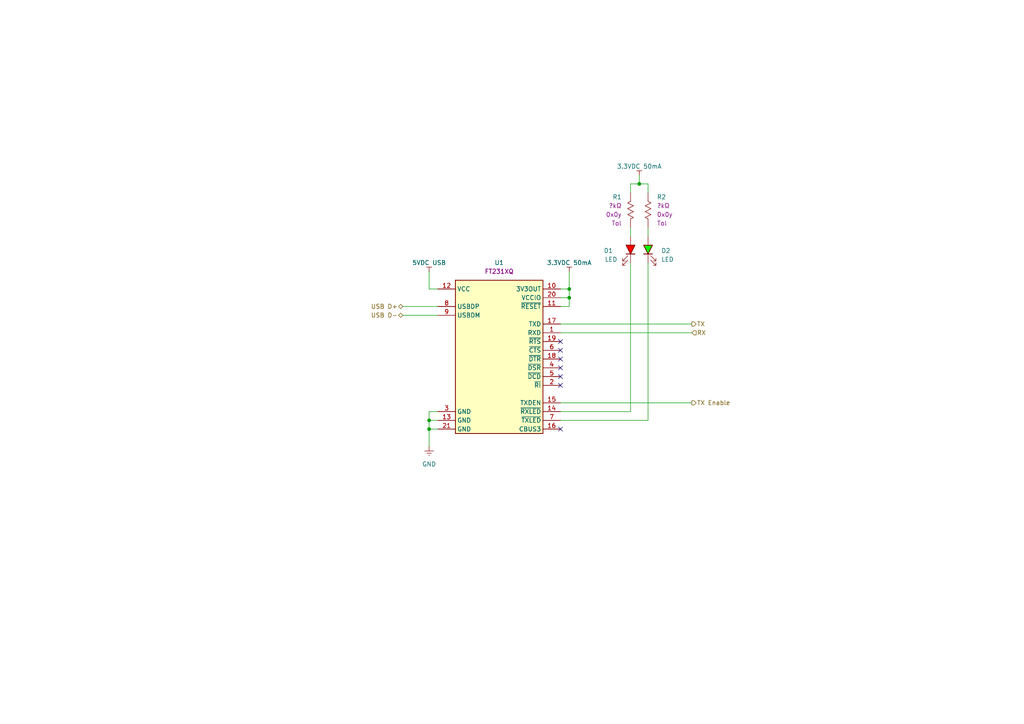
<source format=kicad_sch>
(kicad_sch (version 20231120) (generator "eeschema") (generator_version "8.0")
  (paper "A4")
  (lib_symbols
    (symbol "Device:LED" (pin_numbers hide) (pin_names (offset 1.016) hide)
      (property "Reference" "D1" (at -0.3174 -3.81 90))
      (property "Value" "LED" (at -2.8574 -3.81 90))
      (symbol "LED_0_1"
        (polyline (pts (xy -1.27 -1.27) (xy -1.27 1.27)) (stroke (width 0.254)))
        (polyline (pts (xy -3.048 -0.762) (xy -4.572 -2.286) (xy -3.81 -2.286) (xy -4.572 -2.286) (xy -4.572 -1.524)))
        (polyline (pts (xy -1.778 -0.762) (xy -3.302 -2.286) (xy -2.54 -2.286) (xy -3.302 -2.286) (xy -3.302 -1.524)))
      )
      (symbol "LED_1_1"
        (polyline (pts (xy 1.27 -1.27) (xy 1.27 1.27) (xy -1.27 0) (xy 1.27 -1.27)) (stroke (width 0.254)) (fill (type color) (color 255 0 0 1)))
        (pin passive line (at -3.81 0 0) (length 2.54) (name "K") (number "1"))
        (pin passive line (at 3.81 0 180) (length 2.54) (name "A") (number "2"))
      )
    )
    (symbol "Prototype Schematic Symbols - Isolated ComPort:5VDC" (power) (pin_numbers hide) (pin_names (offset 0) hide)
      (property "Value" "5VDC" (at 0 2.54 0))
      (symbol "5VDC_0_0"
        (pin power_in line (at 0 0 90) (length 0) (name "~") (number "1"))
      )
      (symbol "5VDC_0_1"
        (polyline (pts (xy 0 0) (xy 0 1.27) (xy 0.762 1.27) (xy 0 1.27) (xy -0.762 1.27) (xy 0 1.27)) (fill (type outline)))
      )
    )
    (symbol "Prototype Schematic Symbols - Isolated ComPort:Green_LED" (pin_numbers hide) (pin_names (offset 1.016) hide)
      (property "Reference" "D1" (at -0.3174 -3.81 90))
      (property "Value" "LED" (at -2.8574 -3.81 90))
      (symbol "Green_LED_0_1"
        (polyline (pts (xy -1.27 -1.27) (xy -1.27 1.27)) (stroke (width 0.254)))
        (polyline (pts (xy -3.048 -0.762) (xy -4.572 -2.286) (xy -3.81 -2.286) (xy -4.572 -2.286) (xy -4.572 -1.524)))
        (polyline (pts (xy -1.778 -0.762) (xy -3.302 -2.286) (xy -2.54 -2.286) (xy -3.302 -2.286) (xy -3.302 -1.524)))
      )
      (symbol "Green_LED_1_1"
        (polyline (pts (xy 1.27 -1.27) (xy 1.27 1.27) (xy -1.27 0) (xy 1.27 -1.27)) (stroke (width 0.254)) (fill (type color) (color 0 255 0 1)))
        (pin passive line (at -3.81 0 0) (length 2.54) (name "K") (number "1"))
        (pin passive line (at 3.81 0 180) (length 2.54) (name "A") (number "2"))
      )
    )
    (symbol "Prototype Schematic Symbols - Isolated ComPort:Resistor_Template" (pin_numbers hide)
      (property "Reference" "R" (at 1.27 3.556 0))
      (property "Resistance" "?kΩ" (at 1.016 1.27 0))
      (property "FootprintName" "0x0y" (at 1.27 -4.064 0))
      (property "Tolerance" "Tol" (at 1.27 -1.524 0))
      (symbol "Resistor_Template_0_1"
        (polyline (pts (xy 0.0003 2.5396) (xy 0.8469 2.1163) (xy -0.8463 1.2697) (xy 0.8469 0.4231) (xy -0.8463 -0.4235) (xy 0.8469 -1.2701) (xy -0.8463 -2.1167) (xy 0.0003 -2.54)))
      )
      (symbol "Resistor_Template_1_1"
        (pin bidirectional line (at 0 5.08 270) (length 2.54) (name "") (number "1"))
        (pin bidirectional line (at 0 -5.08 90) (length 2.54) (name "") (number "2"))
      )
    )
    (symbol "Prototype Schematic Symbols - Isolated ComPort:USB_to_COM_QFN-20_FT231XQ"
      (property "Reference" "U1" (at 0 25.4 0))
      (property "Manufacturers PN" "FT231XQ" (at 0 22.86 0))
      (symbol "USB_to_COM_QFN-20_FT231XQ_0_1"
        (rectangle (start -12.7 20.32) (end 12.7 -24.13) (stroke (width 0.254)) (fill (type background)))
      )
      (symbol "USB_to_COM_QFN-20_FT231XQ_1_1"
        (pin input line (at 17.78 5.08 180) (length 5.08) (name "RXD") (number "1"))
        (pin power_out line (at 17.78 17.78 180) (length 5.08) (name "3V3OUT") (number "10"))
        (pin input line (at 17.78 12.7 180) (length 5.08) (name "~{RESET}") (number "11"))
        (pin power_in line (at -17.78 17.78 0) (length 5.08) (name "VCC") (number "12"))
        (pin power_in line (at -17.78 -20.32 0) (length 5.08) (name "GND") (number "13"))
        (pin bidirectional line (at 17.78 -17.78 180) (length 5.08) (name "CBUS1") (number "14") (alternate "~{RXLED}" open_collector line))
        (pin bidirectional line (at 17.78 -15.24 180) (length 5.08) (name "CBUS0") (number "15") (alternate "TXDEN" output line))
        (pin bidirectional line (at 17.78 -22.86 180) (length 5.08) (name "CBUS3") (number "16"))
        (pin output line (at 17.78 7.62 180) (length 5.08) (name "TXD") (number "17"))
        (pin output line (at 17.78 -2.54 180) (length 5.08) (name "~{DTR}") (number "18"))
        (pin output line (at 17.78 2.54 180) (length 5.08) (name "~{RTS}") (number "19"))
        (pin input line (at 17.78 -10.16 180) (length 5.08) (name "~{RI}") (number "2"))
        (pin power_in line (at 17.78 15.24 180) (length 5.08) (name "VCCIO") (number "20"))
        (pin power_in line (at -17.78 -22.86 0) (length 5.08) (name "GND") (number "21"))
        (pin power_in line (at -17.78 -17.78 0) (length 5.08) (name "GND") (number "3"))
        (pin input line (at 17.78 -5.08 180) (length 5.08) (name "~{DSR}") (number "4"))
        (pin input line (at 17.78 -7.62 180) (length 5.08) (name "~{DCD}") (number "5"))
        (pin input line (at 17.78 0 180) (length 5.08) (name "~{CTS}") (number "6"))
        (pin bidirectional line (at 17.78 -20.32 180) (length 5.08) (name "CBUS2") (number "7") (alternate "~{TXLED}" open_collector line))
        (pin bidirectional line (at -17.78 12.7 0) (length 5.08) (name "USBDP") (number "8"))
        (pin bidirectional line (at -17.78 10.16 0) (length 5.08) (name "USBDM") (number "9"))
      )
    )
    (symbol "power:Earth" (power) (pin_numbers hide) (pin_names (offset 0) hide)
      (property "Value" "Earth" (at 0 -3.81 0))
      (symbol "Earth_0_1"
        (polyline (pts (xy -0.635 -1.905) (xy 0.635 -1.905)))
        (polyline (pts (xy -0.127 -2.54) (xy 0.127 -2.54)))
        (polyline (pts (xy 0 -1.27) (xy 0 0)))
        (polyline (pts (xy 1.27 -1.27) (xy -1.27 -1.27)))
      )
      (symbol "Earth_1_1"
        (pin power_in line (at 0 0 270) (length 0) (name "~") (number "1"))
      )
    )
  )
  (junction (at 165.1 86.36))
  (junction (at 185.42 53.34))
  (junction (at 124.46 124.46))
  (junction (at 165.1 83.82))
  (junction (at 124.46 121.92))
  (no_connect (at 162.56 109.22))
  (no_connect (at 162.56 99.06))
  (no_connect (at 162.56 106.68))
  (no_connect (at 162.56 104.14))
  (no_connect (at 162.56 124.46))
  (no_connect (at 162.56 101.6))
  (no_connect (at 162.56 111.76))
  (wire (pts (xy 124.46 83.82) (xy 127 83.82)))
  (wire (pts (xy 124.46 129.54) (xy 124.46 124.46)))
  (wire (pts (xy 162.56 116.84) (xy 200.66 116.84)))
  (wire (pts (xy 162.56 93.98) (xy 200.66 93.98)))
  (wire (pts (xy 124.46 119.38) (xy 124.46 121.92)))
  (wire (pts (xy 127 119.38) (xy 124.46 119.38)))
  (wire (pts (xy 185.42 53.34) (xy 187.96 53.34)))
  (wire (pts (xy 165.1 78.74) (xy 165.1 83.82)))
  (wire (pts (xy 182.88 66.04) (xy 182.88 68.58)))
  (wire (pts (xy 165.1 88.9) (xy 165.1 86.36)))
  (wire (pts (xy 182.88 53.34) (xy 185.42 53.34)))
  (wire (pts (xy 182.88 119.38) (xy 162.56 119.38)))
  (wire (pts (xy 187.96 53.34) (xy 187.96 55.88)))
  (wire (pts (xy 124.46 121.92) (xy 127 121.92)))
  (wire (pts (xy 162.56 86.36) (xy 165.1 86.36)))
  (wire (pts (xy 124.46 121.92) (xy 124.46 124.46)))
  (wire (pts (xy 116.84 91.44) (xy 127 91.44)))
  (wire (pts (xy 124.46 124.46) (xy 127 124.46)))
  (wire (pts (xy 162.56 88.9) (xy 165.1 88.9)))
  (wire (pts (xy 187.96 66.04) (xy 187.96 68.58)))
  (wire (pts (xy 187.96 76.2) (xy 187.96 121.92)))
  (wire (pts (xy 182.88 76.2) (xy 182.88 119.38)))
  (wire (pts (xy 162.56 96.52) (xy 200.66 96.52)))
  (wire (pts (xy 124.46 78.74) (xy 124.46 83.82)))
  (wire (pts (xy 187.96 121.92) (xy 162.56 121.92)))
  (wire (pts (xy 182.88 55.88) (xy 182.88 53.34)))
  (wire (pts (xy 116.84 88.9) (xy 127 88.9)))
  (wire (pts (xy 162.56 83.82) (xy 165.1 83.82)))
  (wire (pts (xy 165.1 83.82) (xy 165.1 86.36)))
  (wire (pts (xy 185.42 50.8) (xy 185.42 53.34)))
  (hierarchical_label "TX" (shape output) (at 200.66 93.98 0))
  (hierarchical_label "USB D+" (shape bidirectional) (at 116.84 88.9 180))
  (hierarchical_label "TX Enable" (shape output) (at 200.66 116.84 0))
  (hierarchical_label "USB D-" (shape bidirectional) (at 116.84 91.44 180))
  (hierarchical_label "RX" (shape input) (at 200.66 96.52 0))
  (symbol (lib_id "Prototype Schematic Symbols - Isolated ComPort:Green_LED") (at 187.96 72.39 90) (unit 1)
    (property "Reference" "D2" (at 191.77 72.7074 90) (effects (justify right)))
    (property "Value" "LED" (at 191.77 75.2474 90) (effects (justify right)))
    (property "Description" "Light emitting diode" (effects (hide yes)))
  )
  (symbol (lib_id "Prototype Schematic Symbols - Isolated ComPort:5VDC") (at 124.46 78.74 0) (unit 1)
    (property "Reference" "#PWR06" (effects (hide yes)))
    (property "Value" "5VDC USB" (at 124.46 76.2 0))
    (property "Description" "Power symbol creates a global label with name \"5VDC\"" (effects (hide yes)))
  )
  (symbol (lib_id "Prototype Schematic Symbols - Isolated ComPort:Resistor_Template") (at 187.96 60.96 0) (unit 1)
    (property "Reference" "R2" (at 190.5 57.1499 0) (effects (justify left)))
    (property "Value" "[Resistance] [Footprint] [Tolerance]" (effects (hide yes)))
    (property "Resistance" "?kΩ" (at 190.5 59.6899 0) (effects (justify left)))
    (property "FootprintName" "0x0y" (at 190.5 62.2299 0) (effects (justify left)))
    (property "Tolerance" "Tol" (at 190.5 64.7699 0) (effects (justify left)))
    (property "Technology" "SMT" (effects (hide yes)))
  )
  (symbol (lib_id "Prototype Schematic Symbols - Isolated ComPort:Resistor_Template") (at 182.88 60.96 0) (mirror y) (unit 1)
    (property "Reference" "R1" (at 180.34 57.1499 0) (effects (justify left)))
    (property "Value" "[Resistance] [Footprint] [Tolerance]" (effects (hide yes)))
    (property "Resistance" "?kΩ" (at 180.34 59.6899 0) (effects (justify left)))
    (property "FootprintName" "0x0y" (at 180.34 62.2299 0) (effects (justify left)))
    (property "Tolerance" "Tol" (at 180.34 64.7699 0) (effects (justify left)))
    (property "Technology" "SMT" (effects (hide yes)))
  )
  (symbol (lib_id "Prototype Schematic Symbols - Isolated ComPort:5VDC") (at 185.42 50.8 0) (unit 1)
    (property "Reference" "#PWR08" (effects (hide yes)))
    (property "Value" "3.3VDC 50mA" (at 185.42 48.26 0))
    (property "Description" "Power symbol creates a global label with name \"5VDC\"" (effects (hide yes)))
  )
  (symbol (lib_id "Prototype Schematic Symbols - Isolated ComPort:USB_to_COM_QFN-20_FT231XQ") (at 144.78 101.6 0) (unit 1)
    (property "Reference" "U1" (at 144.78 76.2 0))
    (property "Value" "USB_to_COM_QFN-20_FT231XQ" (effects (hide yes)))
    (property "Footprint" "Package_DFN_QFN:QFN-20-1EP_4x4mm_P0.5mm_EP2.5x2.5mm" (effects (hide yes)))
    (property "Datasheet" "https://www.ftdichip.com/Support/Documents/DataSheets/ICs/DS_FT231X.pdf" (effects (hide yes)))
    (property "Description" "Full Speed USB to Full Handshake UART, QFN-20" (effects (hide yes)))
    (property "Manufacturers PN" "FT231XQ" (at 144.78 78.74 0))
    (property "Manufacturer" "FTDI" (effects (hide yes)))
    (property "Technology" "SMT" (effects (hide yes)))
    (pin "14" (alternate "~{RXLED}"))
    (pin "15" (alternate "TXDEN"))
    (pin "7" (alternate "~{TXLED}"))
  )
  (symbol (lib_id "Prototype Schematic Symbols - Isolated ComPort:5VDC") (at 165.1 78.74 0) (unit 1)
    (property "Reference" "#PWR07" (effects (hide yes)))
    (property "Value" "3.3VDC 50mA" (at 165.1 76.2 0))
    (property "Description" "Power symbol creates a global label with name \"5VDC\"" (effects (hide yes)))
  )
  (symbol (lib_id "Device:LED") (at 182.88 72.39 270) (mirror x) (unit 1)
    (property "Reference" "D1" (at 177.8 72.7074 90) (effects (justify right)))
    (property "Value" "LED" (at 179.07 75.2474 90) (effects (justify right)))
    (property "Description" "Light emitting diode" (effects (hide yes)))
  )
  (symbol (lib_id "power:Earth") (at 124.46 129.54 0) (unit 1)
    (property "Reference" "#PWR05" (effects (hide yes)))
    (property "Value" "GND" (at 124.46 134.62 0))
    (property "Description" "Power symbol creates a global label with name \"Earth\"" (effects (hide yes)))
  )
)
</source>
